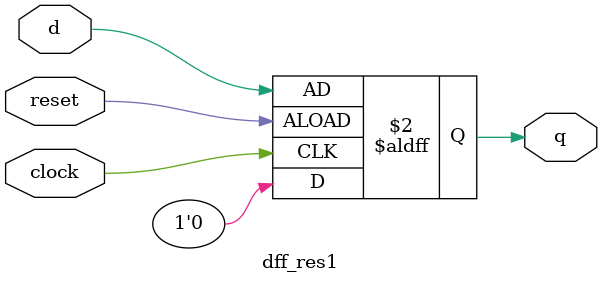
<source format=v>
module dff_res1 (input d,  
              input reset,  
              input clock,  
              output reg q);  
  
  always @ (posedge clock or negedge reset)  
       if (reset)  
          q <=0;  
       else  
          q <= d;  
endmodule  

</source>
